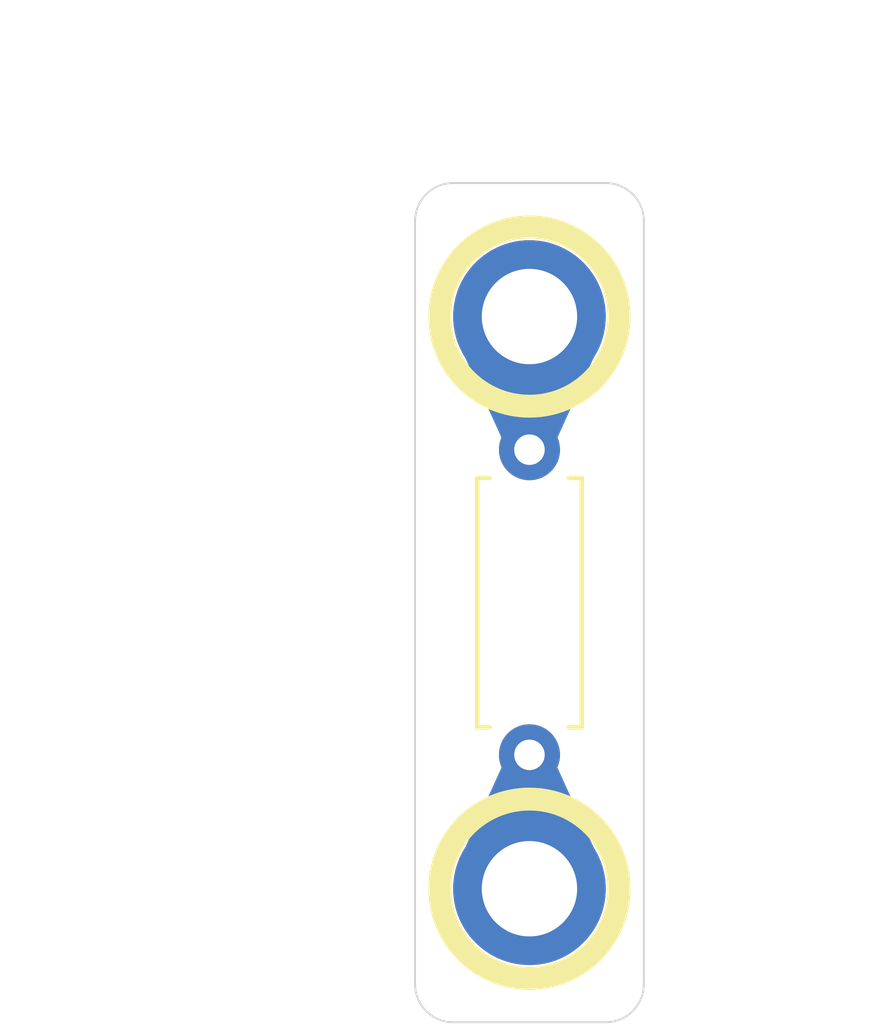
<source format=kicad_pcb>
(kicad_pcb (version 20240108) (generator "pcbnew") (generator_version "8.0")
  (layers (0 "F.Cu" signal) (31 "B.Cu" signal) (34 "B.Paste" user) (35 "F.Paste" user) (36 "B.SilkS" user "B.Silkscreen") (37 "F.SilkS" user "F.Silkscreen") (38 "B.Mask" user) (39 "F.Mask" user) (44 "Edge.Cuts" user))
  (net 0 "")
  (net 1 "Net-(J1-Pin_1)")
  (net 2 "Net-(J2-Pin_1)")
  (footprint "Library:R_Axial_DIN0207_L6.3mm_D2.5mm_P7.62mm_Horizontal" (layer "F.Cu") (at 150.1 80.59 -90)
    (property "Reference" "R1")
    (property "Value" "R")
    (fp_line (start 0.54 1.37) (end 7.08 1.37) (stroke (width 0.12)) (layer "F.SilkS"))
    (fp_line (start 7.08 1.37) (end 7.08 1.04) (stroke (width 0.12)) (layer "F.SilkS"))
    (fp_line (start 0.54 1.04) (end 0.54 1.37) (stroke (width 0.12)) (layer "F.SilkS"))
    (fp_line (start 0.54 -1.04) (end 0.54 -1.37) (stroke (width 0.12)) (layer "F.SilkS"))
    (fp_line (start 0.54 -1.37) (end 7.08 -1.37) (stroke (width 0.12)) (layer "F.SilkS"))
    (fp_line (start 7.08 -1.37) (end 7.08 -1.04) (stroke (width 0.12)) (layer "F.SilkS"))
    (pad "1" thru_hole circle (at -0.2 0 270) (size 1.6 1.6) (drill 0.8) (layers "*.Cu" "*.Mask") (net 1 "Net-(J1-Pin_1)"))
    (pad "2" thru_hole oval (at 7.8 0 270) (size 1.6 1.6) (drill 0.8) (layers "*.Cu" "*.Mask") (net 2 "Net-(J2-Pin_1)"))
  )
  (footprint "Library:MountingHole_2.5mm_Pad" (layer "F.Cu") (at 150.1 76.9)
    (property "Reference" "J1")
    (property "Value" "Conn_01x01_Socket" (hide yes))
    (pad "1" thru_hole circle (at 0 0) (size 4 4) (drill 2.5) (layers "*.Cu" "*.Mask") (net 1 "Net-(J1-Pin_1)"))
  )
  (footprint "Library:MountingHole_2.5mm_Pad" (layer "F.Cu") (at 150.1 91.9)
    (property "Reference" "J2")
    (property "Value" "Conn_01x01_Socket" (hide yes))
    (pad "1" thru_hole circle (at 0 0) (size 4 4) (drill 2.5) (layers "*.Cu" "*.Mask") (net 2 "Net-(J2-Pin_1)"))
  )
  (gr_circle (center 150.1 76.9) (end 152.45 76.9) (stroke (width 0.6)) (fill none) (layer "F.SilkS"))
  (gr_circle (center 150.1 91.9) (end 152.45 91.9) (stroke (width 0.6)) (fill none) (layer "F.SilkS"))
  (gr_line (start 148.1 73.4) (end 152.1 73.4) (stroke (width 0.05)) (layer "Edge.Cuts"))
  (gr_arc (start 153.1 94.4) (mid 152.807107 95.107107) (end 152.1 95.4) (stroke (width 0.05)) (layer "Edge.Cuts"))
  (gr_arc (start 148.1 95.4) (mid 147.392893 95.107107) (end 147.1 94.4) (stroke (width 0.05)) (layer "Edge.Cuts"))
  (gr_line (start 153.1 74.4) (end 153.1 94.4) (stroke (width 0.05)) (layer "Edge.Cuts"))
  (gr_line (start 147.1 94.4) (end 147.1 74.4) (stroke (width 0.05)) (layer "Edge.Cuts"))
  (gr_line (start 152.1 95.4) (end 148.1 95.4) (stroke (width 0.05)) (layer "Edge.Cuts"))
  (gr_arc (start 152.1 73.4) (mid 152.807107 73.692893) (end 153.1 74.4) (stroke (width 0.05)) (layer "Edge.Cuts"))
  (gr_arc (start 147.1 74.4) (mid 147.392893 73.692893) (end 148.1 73.4) (stroke (width 0.05)) (layer "Edge.Cuts"))
  (segment (start 150.1 80.59) (end 150.1 76.9) (width 1) (layer "B.Cu") (net 1))
  (segment (start 150.1 88.21) (end 150.1 91.9) (width 1) (layer "B.Cu") (net 2))
)
</source>
